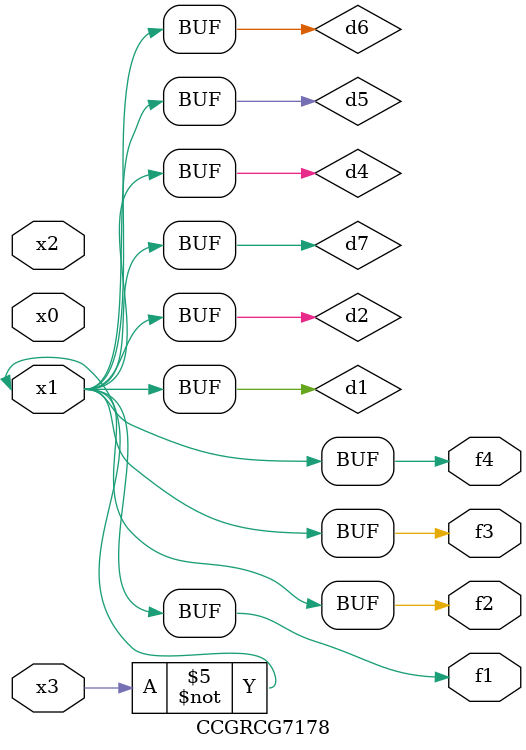
<source format=v>
module CCGRCG7178(
	input x0, x1, x2, x3,
	output f1, f2, f3, f4
);

	wire d1, d2, d3, d4, d5, d6, d7;

	not (d1, x3);
	buf (d2, x1);
	xnor (d3, d1, d2);
	nor (d4, d1);
	buf (d5, d1, d2);
	buf (d6, d4, d5);
	nand (d7, d4);
	assign f1 = d6;
	assign f2 = d7;
	assign f3 = d6;
	assign f4 = d6;
endmodule

</source>
